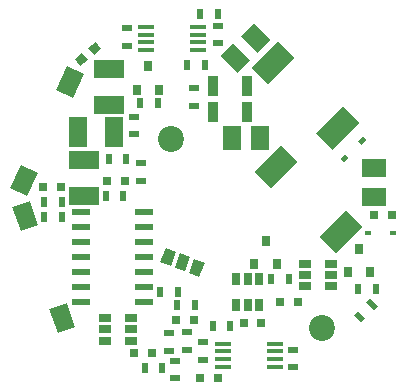
<source format=gts>
G04 #@! TF.FileFunction,Soldermask,Top*
%FSLAX46Y46*%
G04 Gerber Fmt 4.6, Leading zero omitted, Abs format (unit mm)*
G04 Created by KiCad (PCBNEW 4.0.6) date Mon May 22 20:15:38 2017*
%MOMM*%
%LPD*%
G01*
G04 APERTURE LIST*
%ADD10C,0.100000*%
%ADD11R,1.450000X0.450000*%
%ADD12R,0.800000X0.900000*%
%ADD13R,0.800000X0.750000*%
%ADD14R,0.900000X0.500000*%
%ADD15R,0.590000X0.450000*%
%ADD16R,1.500000X0.600000*%
%ADD17R,0.900000X1.700000*%
%ADD18R,1.060000X0.650000*%
%ADD19R,0.650000X1.060000*%
%ADD20R,2.600000X1.500000*%
%ADD21R,1.500000X2.600000*%
%ADD22R,0.500000X0.900000*%
%ADD23R,1.500000X2.000000*%
%ADD24R,2.000000X1.500000*%
%ADD25C,2.200000*%
G04 APERTURE END LIST*
D10*
D11*
X146790000Y-123315000D03*
X146790000Y-122665000D03*
X146790000Y-122015000D03*
X146790000Y-121365000D03*
X142390000Y-121365000D03*
X142390000Y-122015000D03*
X142390000Y-122665000D03*
X142390000Y-123315000D03*
D10*
G36*
X124513500Y-109783688D02*
X126017008Y-109236456D01*
X126762612Y-111284986D01*
X125259104Y-111832218D01*
X124513500Y-109783688D01*
X124513500Y-109783688D01*
G37*
G36*
X127657388Y-118435014D02*
X129160896Y-117887782D01*
X129906500Y-119936312D01*
X128402992Y-120483544D01*
X127657388Y-118435014D01*
X127657388Y-118435014D01*
G37*
D12*
X135080000Y-99850000D03*
X136980000Y-99850000D03*
X136030000Y-97850000D03*
D13*
X145650000Y-119620000D03*
X144150000Y-119620000D03*
D14*
X148350000Y-123370000D03*
X148350000Y-121870000D03*
D15*
X154647000Y-112014000D03*
X156757000Y-112014000D03*
D10*
G36*
X152620505Y-106015694D02*
X152302306Y-105697495D01*
X152719499Y-105280302D01*
X153037698Y-105598501D01*
X152620505Y-106015694D01*
X152620505Y-106015694D01*
G37*
G36*
X154112501Y-104523698D02*
X153794302Y-104205499D01*
X154211495Y-103788306D01*
X154529694Y-104106505D01*
X154112501Y-104523698D01*
X154112501Y-104523698D01*
G37*
D16*
X130340000Y-110230000D03*
X130340000Y-111500000D03*
X130340000Y-112770000D03*
X130340000Y-114040000D03*
X130340000Y-115310000D03*
X130340000Y-116580000D03*
X130340000Y-117850000D03*
X135740000Y-117850000D03*
X135740000Y-116580000D03*
X135740000Y-115310000D03*
X135740000Y-114040000D03*
X135740000Y-112770000D03*
X135740000Y-111500000D03*
X135740000Y-110230000D03*
D12*
X152974000Y-115300000D03*
X154874000Y-115300000D03*
X153924000Y-113300000D03*
X145060000Y-114630000D03*
X146960000Y-114630000D03*
X146010000Y-112630000D03*
D17*
X141530000Y-101770000D03*
X144430000Y-101770000D03*
X141552000Y-99568000D03*
X144452000Y-99568000D03*
D10*
G36*
X125837218Y-108876208D02*
X124387126Y-108200019D01*
X125308434Y-106224268D01*
X126758526Y-106900457D01*
X125837218Y-108876208D01*
X125837218Y-108876208D01*
G37*
G36*
X129731566Y-100535732D02*
X128281474Y-99859543D01*
X129202782Y-97883792D01*
X130652874Y-98559981D01*
X129731566Y-100535732D01*
X129731566Y-100535732D01*
G37*
D18*
X149310000Y-114610000D03*
X149310000Y-115560000D03*
X149310000Y-116510000D03*
X151510000Y-116510000D03*
X151510000Y-114610000D03*
X151510000Y-115560000D03*
D19*
X143530000Y-118060000D03*
X144480000Y-118060000D03*
X145430000Y-118060000D03*
X145430000Y-115860000D03*
X143530000Y-115860000D03*
X144480000Y-115860000D03*
D11*
X140320000Y-96495000D03*
X140320000Y-95845000D03*
X140320000Y-95195000D03*
X140320000Y-94545000D03*
X135920000Y-94545000D03*
X135920000Y-95195000D03*
X135920000Y-95845000D03*
X135920000Y-96495000D03*
D20*
X132760000Y-98110000D03*
X132760000Y-101110000D03*
D21*
X130130000Y-103420000D03*
X133130000Y-103420000D03*
D10*
G36*
X154256194Y-111453452D02*
X151993452Y-113716194D01*
X150579238Y-112301980D01*
X152841980Y-110039238D01*
X154256194Y-111453452D01*
X154256194Y-111453452D01*
G37*
G36*
X148740762Y-105938020D02*
X146478020Y-108200762D01*
X145063806Y-106786548D01*
X147326548Y-104523806D01*
X148740762Y-105938020D01*
X148740762Y-105938020D01*
G37*
G36*
X153948194Y-102663452D02*
X151685452Y-104926194D01*
X150271238Y-103511980D01*
X152533980Y-101249238D01*
X153948194Y-102663452D01*
X153948194Y-102663452D01*
G37*
G36*
X148432762Y-97148020D02*
X146170020Y-99410762D01*
X144755806Y-97996548D01*
X147018548Y-95733806D01*
X148432762Y-97148020D01*
X148432762Y-97148020D01*
G37*
D18*
X134600000Y-121090000D03*
X134600000Y-120140000D03*
X134600000Y-119190000D03*
X132400000Y-119190000D03*
X132400000Y-121090000D03*
X132400000Y-120140000D03*
D20*
X130640000Y-108820000D03*
X130640000Y-105820000D03*
D13*
X155206000Y-110490000D03*
X156706000Y-110490000D03*
X136390000Y-122160000D03*
X134890000Y-122160000D03*
X128660000Y-108110000D03*
X127160000Y-108110000D03*
X132610000Y-107550000D03*
X134110000Y-107550000D03*
X138460000Y-119360000D03*
X139960000Y-119360000D03*
X148760000Y-117800000D03*
X147260000Y-117800000D03*
D10*
G36*
X131609905Y-95793527D02*
X132091996Y-96368061D01*
X131479161Y-96882291D01*
X130997070Y-96307757D01*
X131609905Y-95793527D01*
X131609905Y-95793527D01*
G37*
G36*
X130460839Y-96757709D02*
X130942930Y-97332243D01*
X130330095Y-97846473D01*
X129848004Y-97271939D01*
X130460839Y-96757709D01*
X130460839Y-96757709D01*
G37*
D14*
X137810000Y-120440000D03*
X137810000Y-121940000D03*
D22*
X137260000Y-123400000D03*
X135760000Y-123400000D03*
D14*
X138340000Y-124300000D03*
X138340000Y-122800000D03*
X135470000Y-106080000D03*
X135470000Y-107580000D03*
D22*
X132470000Y-108830000D03*
X133970000Y-108830000D03*
X136860000Y-101010000D03*
X135360000Y-101010000D03*
X137050000Y-116940000D03*
X138550000Y-116940000D03*
X138520000Y-118120000D03*
X140020000Y-118120000D03*
D14*
X139370000Y-121880000D03*
X139370000Y-120380000D03*
X134840000Y-103640000D03*
X134840000Y-102140000D03*
D22*
X134210000Y-105720000D03*
X132710000Y-105720000D03*
X128750000Y-110640000D03*
X127250000Y-110640000D03*
X128770000Y-109400000D03*
X127270000Y-109400000D03*
X140490000Y-93450000D03*
X141990000Y-93450000D03*
D14*
X141990000Y-95920000D03*
X141990000Y-94420000D03*
X134300000Y-96160000D03*
X134300000Y-94660000D03*
D22*
X140890000Y-97780000D03*
X139390000Y-97780000D03*
D14*
X140730000Y-122720000D03*
X140730000Y-121220000D03*
X139940000Y-101250000D03*
X139940000Y-99750000D03*
D22*
X143030000Y-119850000D03*
X141530000Y-119850000D03*
X155340000Y-116690000D03*
X153840000Y-116690000D03*
X147990000Y-115880000D03*
X146490000Y-115880000D03*
D23*
X143170000Y-103910000D03*
X145570000Y-103910000D03*
D10*
G36*
X143638249Y-98405965D02*
X142224035Y-96991751D01*
X143284695Y-95931091D01*
X144698909Y-97345305D01*
X143638249Y-98405965D01*
X143638249Y-98405965D01*
G37*
G36*
X145335305Y-96708909D02*
X143921091Y-95294695D01*
X144981751Y-94234035D01*
X146395965Y-95648249D01*
X145335305Y-96708909D01*
X145335305Y-96708909D01*
G37*
D24*
X155194000Y-106496000D03*
X155194000Y-108896000D03*
D13*
X141960000Y-124280000D03*
X140460000Y-124280000D03*
D25*
X150800000Y-120030000D03*
X137970000Y-103990000D03*
D10*
G36*
X139927097Y-114152602D02*
X140834088Y-114482720D01*
X140399723Y-115676130D01*
X139492732Y-115346012D01*
X139927097Y-114152602D01*
X139927097Y-114152602D01*
G37*
G36*
X138733687Y-113718236D02*
X139640678Y-114048354D01*
X139206313Y-115241764D01*
X138299322Y-114911646D01*
X138733687Y-113718236D01*
X138733687Y-113718236D01*
G37*
G36*
X137540277Y-113283870D02*
X138447268Y-113613988D01*
X138012903Y-114807398D01*
X137105912Y-114477280D01*
X137540277Y-113283870D01*
X137540277Y-113283870D01*
G37*
G36*
X154093891Y-119577265D02*
X153457495Y-118940869D01*
X153811049Y-118587315D01*
X154447445Y-119223711D01*
X154093891Y-119577265D01*
X154093891Y-119577265D01*
G37*
G36*
X155154551Y-118516605D02*
X154518155Y-117880209D01*
X154871709Y-117526655D01*
X155508105Y-118163051D01*
X155154551Y-118516605D01*
X155154551Y-118516605D01*
G37*
M02*

</source>
